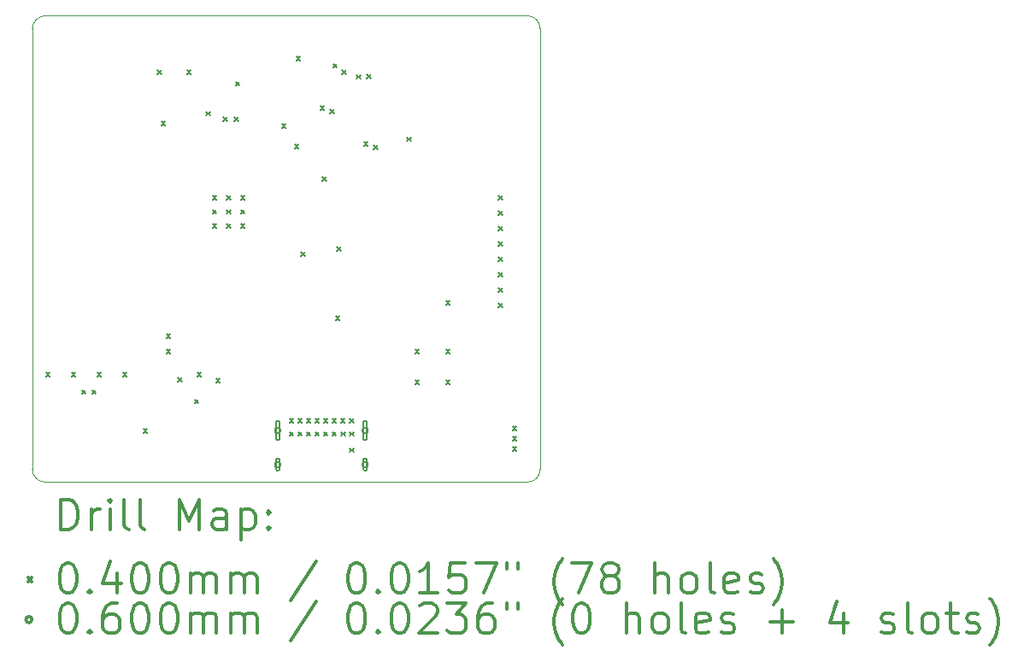
<source format=gbr>
%FSLAX45Y45*%
G04 Gerber Fmt 4.5, Leading zero omitted, Abs format (unit mm)*
G04 Created by KiCad (PCBNEW 5.1.10) date 2021-07-04 17:42:56*
%MOMM*%
%LPD*%
G01*
G04 APERTURE LIST*
%TA.AperFunction,Profile*%
%ADD10C,0.100000*%
%TD*%
%ADD11C,0.200000*%
%ADD12C,0.300000*%
G04 APERTURE END LIST*
D10*
X17043400Y-7569200D02*
G75*
G02*
X17170400Y-7696200I0J-127000D01*
G01*
X17170400Y-12065000D02*
G75*
G02*
X17043400Y-12192000I-127000J0D01*
G01*
X12268200Y-12192000D02*
G75*
G02*
X12141200Y-12065000I0J127000D01*
G01*
X12141200Y-7696200D02*
G75*
G02*
X12268200Y-7569200I127000J0D01*
G01*
X17170400Y-7696200D02*
X17170400Y-12065000D01*
X12268200Y-7569200D02*
X17043400Y-7569200D01*
X12141200Y-12065000D02*
X12141200Y-7696200D01*
X17043400Y-12192000D02*
X12268200Y-12192000D01*
D11*
X12273600Y-11105200D02*
X12313600Y-11145200D01*
X12313600Y-11105200D02*
X12273600Y-11145200D01*
X12527600Y-11105200D02*
X12567600Y-11145200D01*
X12567600Y-11105200D02*
X12527600Y-11145200D01*
X12628500Y-11279070D02*
X12668500Y-11319070D01*
X12668500Y-11279070D02*
X12628500Y-11319070D01*
X12730800Y-11279301D02*
X12770800Y-11319301D01*
X12770800Y-11279301D02*
X12730800Y-11319301D01*
X12781600Y-11105200D02*
X12821600Y-11145200D01*
X12821600Y-11105200D02*
X12781600Y-11145200D01*
X13035600Y-11105200D02*
X13075600Y-11145200D01*
X13075600Y-11105200D02*
X13035600Y-11145200D01*
X13238800Y-11664000D02*
X13278800Y-11704000D01*
X13278800Y-11664000D02*
X13238800Y-11704000D01*
X13378500Y-8108000D02*
X13418500Y-8148000D01*
X13418500Y-8108000D02*
X13378500Y-8148000D01*
X13416600Y-8616000D02*
X13456600Y-8656000D01*
X13456600Y-8616000D02*
X13416600Y-8656000D01*
X13467400Y-10724200D02*
X13507400Y-10764200D01*
X13507400Y-10724200D02*
X13467400Y-10764200D01*
X13467400Y-10876600D02*
X13507400Y-10916600D01*
X13507400Y-10876600D02*
X13467400Y-10916600D01*
X13581700Y-11156000D02*
X13621700Y-11196000D01*
X13621700Y-11156000D02*
X13581700Y-11196000D01*
X13670600Y-8108000D02*
X13710600Y-8148000D01*
X13710600Y-8108000D02*
X13670600Y-8148000D01*
X13746800Y-11371900D02*
X13786800Y-11411900D01*
X13786800Y-11371900D02*
X13746800Y-11411900D01*
X13772200Y-11105200D02*
X13812200Y-11145200D01*
X13812200Y-11105200D02*
X13772200Y-11145200D01*
X13859500Y-8518099D02*
X13899500Y-8558099D01*
X13899500Y-8518099D02*
X13859500Y-8558099D01*
X13924600Y-9352600D02*
X13964600Y-9392600D01*
X13964600Y-9352600D02*
X13924600Y-9392600D01*
X13924600Y-9492300D02*
X13964600Y-9532300D01*
X13964600Y-9492300D02*
X13924600Y-9532300D01*
X13924600Y-9632000D02*
X13964600Y-9672000D01*
X13964600Y-9632000D02*
X13924600Y-9672000D01*
X13958283Y-11164283D02*
X13998283Y-11204283D01*
X13998283Y-11164283D02*
X13958283Y-11204283D01*
X14029500Y-8572411D02*
X14069500Y-8612411D01*
X14069500Y-8572411D02*
X14029500Y-8612411D01*
X14064300Y-9352600D02*
X14104300Y-9392600D01*
X14104300Y-9352600D02*
X14064300Y-9392600D01*
X14064300Y-9492300D02*
X14104300Y-9532300D01*
X14104300Y-9492300D02*
X14064300Y-9532300D01*
X14064300Y-9632000D02*
X14104300Y-9672000D01*
X14104300Y-9632000D02*
X14064300Y-9672000D01*
X14139500Y-8572411D02*
X14179500Y-8612411D01*
X14179500Y-8572411D02*
X14139500Y-8612411D01*
X14153200Y-8222300D02*
X14193200Y-8262300D01*
X14193200Y-8222300D02*
X14153200Y-8262300D01*
X14204000Y-9352600D02*
X14244000Y-9392600D01*
X14244000Y-9352600D02*
X14204000Y-9392600D01*
X14204000Y-9492300D02*
X14244000Y-9532300D01*
X14244000Y-9492300D02*
X14204000Y-9532300D01*
X14204000Y-9632000D02*
X14244000Y-9672000D01*
X14244000Y-9632000D02*
X14204000Y-9672000D01*
X14609500Y-8641400D02*
X14649500Y-8681400D01*
X14649500Y-8641400D02*
X14609500Y-8681400D01*
X14685600Y-11562400D02*
X14725600Y-11602400D01*
X14725600Y-11562400D02*
X14685600Y-11602400D01*
X14685600Y-11694900D02*
X14725600Y-11734900D01*
X14725600Y-11694900D02*
X14685600Y-11734900D01*
X14737400Y-8844600D02*
X14777400Y-8884600D01*
X14777400Y-8844600D02*
X14737400Y-8884600D01*
X14754817Y-7970897D02*
X14794817Y-8010897D01*
X14794817Y-7970897D02*
X14754817Y-8010897D01*
X14770600Y-11562400D02*
X14810600Y-11602400D01*
X14810600Y-11562400D02*
X14770600Y-11602400D01*
X14771100Y-11694900D02*
X14811100Y-11734900D01*
X14811100Y-11694900D02*
X14771100Y-11734900D01*
X14800900Y-9911400D02*
X14840900Y-9951400D01*
X14840900Y-9911400D02*
X14800900Y-9951400D01*
X14855600Y-11562400D02*
X14895600Y-11602400D01*
X14895600Y-11562400D02*
X14855600Y-11602400D01*
X14856100Y-11694900D02*
X14896100Y-11734900D01*
X14896100Y-11694900D02*
X14856100Y-11734900D01*
X14940600Y-11562400D02*
X14980600Y-11602400D01*
X14980600Y-11562400D02*
X14940600Y-11602400D01*
X14941100Y-11694900D02*
X14981100Y-11734900D01*
X14981100Y-11694900D02*
X14941100Y-11734900D01*
X14991400Y-8463600D02*
X15031400Y-8503600D01*
X15031400Y-8463600D02*
X14991400Y-8503600D01*
X15014192Y-9166822D02*
X15054192Y-9206822D01*
X15054192Y-9166822D02*
X15014192Y-9206822D01*
X15025600Y-11562400D02*
X15065600Y-11602400D01*
X15065600Y-11562400D02*
X15025600Y-11602400D01*
X15026100Y-11694900D02*
X15066100Y-11734900D01*
X15066100Y-11694900D02*
X15026100Y-11734900D01*
X15086055Y-8495917D02*
X15126055Y-8535917D01*
X15126055Y-8495917D02*
X15086055Y-8535917D01*
X15110600Y-11562400D02*
X15150600Y-11602400D01*
X15150600Y-11562400D02*
X15110600Y-11602400D01*
X15111100Y-11694900D02*
X15151100Y-11734900D01*
X15151100Y-11694900D02*
X15111100Y-11734900D01*
X15118400Y-8044500D02*
X15158400Y-8084500D01*
X15158400Y-8044500D02*
X15118400Y-8084500D01*
X15143800Y-10546400D02*
X15183800Y-10586400D01*
X15183800Y-10546400D02*
X15143800Y-10586400D01*
X15156500Y-9860600D02*
X15196500Y-9900600D01*
X15196500Y-9860600D02*
X15156500Y-9900600D01*
X15195600Y-11562400D02*
X15235600Y-11602400D01*
X15235600Y-11562400D02*
X15195600Y-11602400D01*
X15196100Y-11694900D02*
X15236100Y-11734900D01*
X15236100Y-11694900D02*
X15196100Y-11734900D01*
X15207300Y-8108000D02*
X15247300Y-8148000D01*
X15247300Y-8108000D02*
X15207300Y-8148000D01*
X15280600Y-11562400D02*
X15320600Y-11602400D01*
X15320600Y-11562400D02*
X15280600Y-11602400D01*
X15281100Y-11694900D02*
X15321100Y-11734900D01*
X15321100Y-11694900D02*
X15281100Y-11734900D01*
X15283500Y-11854500D02*
X15323500Y-11894500D01*
X15323500Y-11854500D02*
X15283500Y-11894500D01*
X15351344Y-8154569D02*
X15391344Y-8194569D01*
X15391344Y-8154569D02*
X15351344Y-8194569D01*
X15423200Y-8819200D02*
X15463200Y-8859200D01*
X15463200Y-8819200D02*
X15423200Y-8859200D01*
X15451197Y-8149131D02*
X15491197Y-8189131D01*
X15491197Y-8149131D02*
X15451197Y-8189131D01*
X15518069Y-8850823D02*
X15558069Y-8890823D01*
X15558069Y-8850823D02*
X15518069Y-8890823D01*
X15850700Y-8772700D02*
X15890700Y-8812700D01*
X15890700Y-8772700D02*
X15850700Y-8812700D01*
X15931200Y-10876600D02*
X15971200Y-10916600D01*
X15971200Y-10876600D02*
X15931200Y-10916600D01*
X15931200Y-11181400D02*
X15971200Y-11221400D01*
X15971200Y-11181400D02*
X15931200Y-11221400D01*
X16236000Y-10394000D02*
X16276000Y-10434000D01*
X16276000Y-10394000D02*
X16236000Y-10434000D01*
X16236000Y-10876600D02*
X16276000Y-10916600D01*
X16276000Y-10876600D02*
X16236000Y-10916600D01*
X16236000Y-11181400D02*
X16276000Y-11221400D01*
X16276000Y-11181400D02*
X16236000Y-11221400D01*
X16755300Y-9962200D02*
X16795300Y-10002200D01*
X16795300Y-9962200D02*
X16755300Y-10002200D01*
X16756700Y-9352600D02*
X16796700Y-9392600D01*
X16796700Y-9352600D02*
X16756700Y-9392600D01*
X16756700Y-9505000D02*
X16796700Y-9545000D01*
X16796700Y-9505000D02*
X16756700Y-9545000D01*
X16756700Y-9809800D02*
X16796700Y-9849800D01*
X16796700Y-9809800D02*
X16756700Y-9849800D01*
X16756700Y-10267000D02*
X16796700Y-10307000D01*
X16796700Y-10267000D02*
X16756700Y-10307000D01*
X16756700Y-10419400D02*
X16796700Y-10459400D01*
X16796700Y-10419400D02*
X16756700Y-10459400D01*
X16759682Y-10114348D02*
X16799683Y-10154348D01*
X16799683Y-10114348D02*
X16759682Y-10154348D01*
X16759687Y-9657568D02*
X16799687Y-9697568D01*
X16799687Y-9657568D02*
X16759687Y-9697568D01*
X16896400Y-11638600D02*
X16936400Y-11678600D01*
X16936400Y-11638600D02*
X16896400Y-11678600D01*
X16896400Y-11740200D02*
X16936400Y-11780200D01*
X16936400Y-11740200D02*
X16896400Y-11780200D01*
X16896400Y-11841800D02*
X16936400Y-11881800D01*
X16936400Y-11841800D02*
X16896400Y-11881800D01*
X14600600Y-11680400D02*
G75*
G03*
X14600600Y-11680400I-30000J0D01*
G01*
X14550600Y-11605400D02*
X14550600Y-11755400D01*
X14590600Y-11605400D02*
X14590600Y-11755400D01*
X14550600Y-11755400D02*
G75*
G03*
X14590600Y-11755400I20000J0D01*
G01*
X14590600Y-11605400D02*
G75*
G03*
X14550600Y-11605400I-20000J0D01*
G01*
X14600600Y-12018400D02*
G75*
G03*
X14600600Y-12018400I-30000J0D01*
G01*
X14550600Y-11978400D02*
X14550600Y-12058400D01*
X14590600Y-11978400D02*
X14590600Y-12058400D01*
X14550600Y-12058400D02*
G75*
G03*
X14590600Y-12058400I20000J0D01*
G01*
X14590600Y-11978400D02*
G75*
G03*
X14550600Y-11978400I-20000J0D01*
G01*
X15465600Y-11680400D02*
G75*
G03*
X15465600Y-11680400I-30000J0D01*
G01*
X15415600Y-11605400D02*
X15415600Y-11755400D01*
X15455600Y-11605400D02*
X15455600Y-11755400D01*
X15415600Y-11755400D02*
G75*
G03*
X15455600Y-11755400I20000J0D01*
G01*
X15455600Y-11605400D02*
G75*
G03*
X15415600Y-11605400I-20000J0D01*
G01*
X15465600Y-12018400D02*
G75*
G03*
X15465600Y-12018400I-30000J0D01*
G01*
X15415600Y-11978400D02*
X15415600Y-12058400D01*
X15455600Y-11978400D02*
X15455600Y-12058400D01*
X15415600Y-12058400D02*
G75*
G03*
X15455600Y-12058400I20000J0D01*
G01*
X15455600Y-11978400D02*
G75*
G03*
X15415600Y-11978400I-20000J0D01*
G01*
D12*
X12422628Y-12662714D02*
X12422628Y-12362714D01*
X12494057Y-12362714D01*
X12536914Y-12377000D01*
X12565486Y-12405571D01*
X12579771Y-12434143D01*
X12594057Y-12491286D01*
X12594057Y-12534143D01*
X12579771Y-12591286D01*
X12565486Y-12619857D01*
X12536914Y-12648429D01*
X12494057Y-12662714D01*
X12422628Y-12662714D01*
X12722628Y-12662714D02*
X12722628Y-12462714D01*
X12722628Y-12519857D02*
X12736914Y-12491286D01*
X12751200Y-12477000D01*
X12779771Y-12462714D01*
X12808343Y-12462714D01*
X12908343Y-12662714D02*
X12908343Y-12462714D01*
X12908343Y-12362714D02*
X12894057Y-12377000D01*
X12908343Y-12391286D01*
X12922628Y-12377000D01*
X12908343Y-12362714D01*
X12908343Y-12391286D01*
X13094057Y-12662714D02*
X13065486Y-12648429D01*
X13051200Y-12619857D01*
X13051200Y-12362714D01*
X13251200Y-12662714D02*
X13222628Y-12648429D01*
X13208343Y-12619857D01*
X13208343Y-12362714D01*
X13594057Y-12662714D02*
X13594057Y-12362714D01*
X13694057Y-12577000D01*
X13794057Y-12362714D01*
X13794057Y-12662714D01*
X14065486Y-12662714D02*
X14065486Y-12505571D01*
X14051200Y-12477000D01*
X14022628Y-12462714D01*
X13965486Y-12462714D01*
X13936914Y-12477000D01*
X14065486Y-12648429D02*
X14036914Y-12662714D01*
X13965486Y-12662714D01*
X13936914Y-12648429D01*
X13922628Y-12619857D01*
X13922628Y-12591286D01*
X13936914Y-12562714D01*
X13965486Y-12548429D01*
X14036914Y-12548429D01*
X14065486Y-12534143D01*
X14208343Y-12462714D02*
X14208343Y-12762714D01*
X14208343Y-12477000D02*
X14236914Y-12462714D01*
X14294057Y-12462714D01*
X14322628Y-12477000D01*
X14336914Y-12491286D01*
X14351200Y-12519857D01*
X14351200Y-12605571D01*
X14336914Y-12634143D01*
X14322628Y-12648429D01*
X14294057Y-12662714D01*
X14236914Y-12662714D01*
X14208343Y-12648429D01*
X14479771Y-12634143D02*
X14494057Y-12648429D01*
X14479771Y-12662714D01*
X14465486Y-12648429D01*
X14479771Y-12634143D01*
X14479771Y-12662714D01*
X14479771Y-12477000D02*
X14494057Y-12491286D01*
X14479771Y-12505571D01*
X14465486Y-12491286D01*
X14479771Y-12477000D01*
X14479771Y-12505571D01*
X12096200Y-13137000D02*
X12136200Y-13177000D01*
X12136200Y-13137000D02*
X12096200Y-13177000D01*
X12479771Y-12992714D02*
X12508343Y-12992714D01*
X12536914Y-13007000D01*
X12551200Y-13021286D01*
X12565486Y-13049857D01*
X12579771Y-13107000D01*
X12579771Y-13178429D01*
X12565486Y-13235571D01*
X12551200Y-13264143D01*
X12536914Y-13278429D01*
X12508343Y-13292714D01*
X12479771Y-13292714D01*
X12451200Y-13278429D01*
X12436914Y-13264143D01*
X12422628Y-13235571D01*
X12408343Y-13178429D01*
X12408343Y-13107000D01*
X12422628Y-13049857D01*
X12436914Y-13021286D01*
X12451200Y-13007000D01*
X12479771Y-12992714D01*
X12708343Y-13264143D02*
X12722628Y-13278429D01*
X12708343Y-13292714D01*
X12694057Y-13278429D01*
X12708343Y-13264143D01*
X12708343Y-13292714D01*
X12979771Y-13092714D02*
X12979771Y-13292714D01*
X12908343Y-12978429D02*
X12836914Y-13192714D01*
X13022628Y-13192714D01*
X13194057Y-12992714D02*
X13222628Y-12992714D01*
X13251200Y-13007000D01*
X13265486Y-13021286D01*
X13279771Y-13049857D01*
X13294057Y-13107000D01*
X13294057Y-13178429D01*
X13279771Y-13235571D01*
X13265486Y-13264143D01*
X13251200Y-13278429D01*
X13222628Y-13292714D01*
X13194057Y-13292714D01*
X13165486Y-13278429D01*
X13151200Y-13264143D01*
X13136914Y-13235571D01*
X13122628Y-13178429D01*
X13122628Y-13107000D01*
X13136914Y-13049857D01*
X13151200Y-13021286D01*
X13165486Y-13007000D01*
X13194057Y-12992714D01*
X13479771Y-12992714D02*
X13508343Y-12992714D01*
X13536914Y-13007000D01*
X13551200Y-13021286D01*
X13565486Y-13049857D01*
X13579771Y-13107000D01*
X13579771Y-13178429D01*
X13565486Y-13235571D01*
X13551200Y-13264143D01*
X13536914Y-13278429D01*
X13508343Y-13292714D01*
X13479771Y-13292714D01*
X13451200Y-13278429D01*
X13436914Y-13264143D01*
X13422628Y-13235571D01*
X13408343Y-13178429D01*
X13408343Y-13107000D01*
X13422628Y-13049857D01*
X13436914Y-13021286D01*
X13451200Y-13007000D01*
X13479771Y-12992714D01*
X13708343Y-13292714D02*
X13708343Y-13092714D01*
X13708343Y-13121286D02*
X13722628Y-13107000D01*
X13751200Y-13092714D01*
X13794057Y-13092714D01*
X13822628Y-13107000D01*
X13836914Y-13135571D01*
X13836914Y-13292714D01*
X13836914Y-13135571D02*
X13851200Y-13107000D01*
X13879771Y-13092714D01*
X13922628Y-13092714D01*
X13951200Y-13107000D01*
X13965486Y-13135571D01*
X13965486Y-13292714D01*
X14108343Y-13292714D02*
X14108343Y-13092714D01*
X14108343Y-13121286D02*
X14122628Y-13107000D01*
X14151200Y-13092714D01*
X14194057Y-13092714D01*
X14222628Y-13107000D01*
X14236914Y-13135571D01*
X14236914Y-13292714D01*
X14236914Y-13135571D02*
X14251200Y-13107000D01*
X14279771Y-13092714D01*
X14322628Y-13092714D01*
X14351200Y-13107000D01*
X14365486Y-13135571D01*
X14365486Y-13292714D01*
X14951200Y-12978429D02*
X14694057Y-13364143D01*
X15336914Y-12992714D02*
X15365486Y-12992714D01*
X15394057Y-13007000D01*
X15408343Y-13021286D01*
X15422628Y-13049857D01*
X15436914Y-13107000D01*
X15436914Y-13178429D01*
X15422628Y-13235571D01*
X15408343Y-13264143D01*
X15394057Y-13278429D01*
X15365486Y-13292714D01*
X15336914Y-13292714D01*
X15308343Y-13278429D01*
X15294057Y-13264143D01*
X15279771Y-13235571D01*
X15265486Y-13178429D01*
X15265486Y-13107000D01*
X15279771Y-13049857D01*
X15294057Y-13021286D01*
X15308343Y-13007000D01*
X15336914Y-12992714D01*
X15565486Y-13264143D02*
X15579771Y-13278429D01*
X15565486Y-13292714D01*
X15551200Y-13278429D01*
X15565486Y-13264143D01*
X15565486Y-13292714D01*
X15765486Y-12992714D02*
X15794057Y-12992714D01*
X15822628Y-13007000D01*
X15836914Y-13021286D01*
X15851200Y-13049857D01*
X15865486Y-13107000D01*
X15865486Y-13178429D01*
X15851200Y-13235571D01*
X15836914Y-13264143D01*
X15822628Y-13278429D01*
X15794057Y-13292714D01*
X15765486Y-13292714D01*
X15736914Y-13278429D01*
X15722628Y-13264143D01*
X15708343Y-13235571D01*
X15694057Y-13178429D01*
X15694057Y-13107000D01*
X15708343Y-13049857D01*
X15722628Y-13021286D01*
X15736914Y-13007000D01*
X15765486Y-12992714D01*
X16151200Y-13292714D02*
X15979771Y-13292714D01*
X16065486Y-13292714D02*
X16065486Y-12992714D01*
X16036914Y-13035571D01*
X16008343Y-13064143D01*
X15979771Y-13078429D01*
X16422628Y-12992714D02*
X16279771Y-12992714D01*
X16265486Y-13135571D01*
X16279771Y-13121286D01*
X16308343Y-13107000D01*
X16379771Y-13107000D01*
X16408343Y-13121286D01*
X16422628Y-13135571D01*
X16436914Y-13164143D01*
X16436914Y-13235571D01*
X16422628Y-13264143D01*
X16408343Y-13278429D01*
X16379771Y-13292714D01*
X16308343Y-13292714D01*
X16279771Y-13278429D01*
X16265486Y-13264143D01*
X16536914Y-12992714D02*
X16736914Y-12992714D01*
X16608343Y-13292714D01*
X16836914Y-12992714D02*
X16836914Y-13049857D01*
X16951200Y-12992714D02*
X16951200Y-13049857D01*
X17394057Y-13407000D02*
X17379771Y-13392714D01*
X17351200Y-13349857D01*
X17336914Y-13321286D01*
X17322628Y-13278429D01*
X17308343Y-13207000D01*
X17308343Y-13149857D01*
X17322628Y-13078429D01*
X17336914Y-13035571D01*
X17351200Y-13007000D01*
X17379771Y-12964143D01*
X17394057Y-12949857D01*
X17479771Y-12992714D02*
X17679771Y-12992714D01*
X17551200Y-13292714D01*
X17836914Y-13121286D02*
X17808343Y-13107000D01*
X17794057Y-13092714D01*
X17779771Y-13064143D01*
X17779771Y-13049857D01*
X17794057Y-13021286D01*
X17808343Y-13007000D01*
X17836914Y-12992714D01*
X17894057Y-12992714D01*
X17922628Y-13007000D01*
X17936914Y-13021286D01*
X17951200Y-13049857D01*
X17951200Y-13064143D01*
X17936914Y-13092714D01*
X17922628Y-13107000D01*
X17894057Y-13121286D01*
X17836914Y-13121286D01*
X17808343Y-13135571D01*
X17794057Y-13149857D01*
X17779771Y-13178429D01*
X17779771Y-13235571D01*
X17794057Y-13264143D01*
X17808343Y-13278429D01*
X17836914Y-13292714D01*
X17894057Y-13292714D01*
X17922628Y-13278429D01*
X17936914Y-13264143D01*
X17951200Y-13235571D01*
X17951200Y-13178429D01*
X17936914Y-13149857D01*
X17922628Y-13135571D01*
X17894057Y-13121286D01*
X18308343Y-13292714D02*
X18308343Y-12992714D01*
X18436914Y-13292714D02*
X18436914Y-13135571D01*
X18422628Y-13107000D01*
X18394057Y-13092714D01*
X18351200Y-13092714D01*
X18322628Y-13107000D01*
X18308343Y-13121286D01*
X18622628Y-13292714D02*
X18594057Y-13278429D01*
X18579771Y-13264143D01*
X18565486Y-13235571D01*
X18565486Y-13149857D01*
X18579771Y-13121286D01*
X18594057Y-13107000D01*
X18622628Y-13092714D01*
X18665486Y-13092714D01*
X18694057Y-13107000D01*
X18708343Y-13121286D01*
X18722628Y-13149857D01*
X18722628Y-13235571D01*
X18708343Y-13264143D01*
X18694057Y-13278429D01*
X18665486Y-13292714D01*
X18622628Y-13292714D01*
X18894057Y-13292714D02*
X18865486Y-13278429D01*
X18851200Y-13249857D01*
X18851200Y-12992714D01*
X19122628Y-13278429D02*
X19094057Y-13292714D01*
X19036914Y-13292714D01*
X19008343Y-13278429D01*
X18994057Y-13249857D01*
X18994057Y-13135571D01*
X19008343Y-13107000D01*
X19036914Y-13092714D01*
X19094057Y-13092714D01*
X19122628Y-13107000D01*
X19136914Y-13135571D01*
X19136914Y-13164143D01*
X18994057Y-13192714D01*
X19251200Y-13278429D02*
X19279771Y-13292714D01*
X19336914Y-13292714D01*
X19365486Y-13278429D01*
X19379771Y-13249857D01*
X19379771Y-13235571D01*
X19365486Y-13207000D01*
X19336914Y-13192714D01*
X19294057Y-13192714D01*
X19265486Y-13178429D01*
X19251200Y-13149857D01*
X19251200Y-13135571D01*
X19265486Y-13107000D01*
X19294057Y-13092714D01*
X19336914Y-13092714D01*
X19365486Y-13107000D01*
X19479771Y-13407000D02*
X19494057Y-13392714D01*
X19522628Y-13349857D01*
X19536914Y-13321286D01*
X19551200Y-13278429D01*
X19565486Y-13207000D01*
X19565486Y-13149857D01*
X19551200Y-13078429D01*
X19536914Y-13035571D01*
X19522628Y-13007000D01*
X19494057Y-12964143D01*
X19479771Y-12949857D01*
X12136200Y-13553000D02*
G75*
G03*
X12136200Y-13553000I-30000J0D01*
G01*
X12479771Y-13388714D02*
X12508343Y-13388714D01*
X12536914Y-13403000D01*
X12551200Y-13417286D01*
X12565486Y-13445857D01*
X12579771Y-13503000D01*
X12579771Y-13574429D01*
X12565486Y-13631571D01*
X12551200Y-13660143D01*
X12536914Y-13674429D01*
X12508343Y-13688714D01*
X12479771Y-13688714D01*
X12451200Y-13674429D01*
X12436914Y-13660143D01*
X12422628Y-13631571D01*
X12408343Y-13574429D01*
X12408343Y-13503000D01*
X12422628Y-13445857D01*
X12436914Y-13417286D01*
X12451200Y-13403000D01*
X12479771Y-13388714D01*
X12708343Y-13660143D02*
X12722628Y-13674429D01*
X12708343Y-13688714D01*
X12694057Y-13674429D01*
X12708343Y-13660143D01*
X12708343Y-13688714D01*
X12979771Y-13388714D02*
X12922628Y-13388714D01*
X12894057Y-13403000D01*
X12879771Y-13417286D01*
X12851200Y-13460143D01*
X12836914Y-13517286D01*
X12836914Y-13631571D01*
X12851200Y-13660143D01*
X12865486Y-13674429D01*
X12894057Y-13688714D01*
X12951200Y-13688714D01*
X12979771Y-13674429D01*
X12994057Y-13660143D01*
X13008343Y-13631571D01*
X13008343Y-13560143D01*
X12994057Y-13531571D01*
X12979771Y-13517286D01*
X12951200Y-13503000D01*
X12894057Y-13503000D01*
X12865486Y-13517286D01*
X12851200Y-13531571D01*
X12836914Y-13560143D01*
X13194057Y-13388714D02*
X13222628Y-13388714D01*
X13251200Y-13403000D01*
X13265486Y-13417286D01*
X13279771Y-13445857D01*
X13294057Y-13503000D01*
X13294057Y-13574429D01*
X13279771Y-13631571D01*
X13265486Y-13660143D01*
X13251200Y-13674429D01*
X13222628Y-13688714D01*
X13194057Y-13688714D01*
X13165486Y-13674429D01*
X13151200Y-13660143D01*
X13136914Y-13631571D01*
X13122628Y-13574429D01*
X13122628Y-13503000D01*
X13136914Y-13445857D01*
X13151200Y-13417286D01*
X13165486Y-13403000D01*
X13194057Y-13388714D01*
X13479771Y-13388714D02*
X13508343Y-13388714D01*
X13536914Y-13403000D01*
X13551200Y-13417286D01*
X13565486Y-13445857D01*
X13579771Y-13503000D01*
X13579771Y-13574429D01*
X13565486Y-13631571D01*
X13551200Y-13660143D01*
X13536914Y-13674429D01*
X13508343Y-13688714D01*
X13479771Y-13688714D01*
X13451200Y-13674429D01*
X13436914Y-13660143D01*
X13422628Y-13631571D01*
X13408343Y-13574429D01*
X13408343Y-13503000D01*
X13422628Y-13445857D01*
X13436914Y-13417286D01*
X13451200Y-13403000D01*
X13479771Y-13388714D01*
X13708343Y-13688714D02*
X13708343Y-13488714D01*
X13708343Y-13517286D02*
X13722628Y-13503000D01*
X13751200Y-13488714D01*
X13794057Y-13488714D01*
X13822628Y-13503000D01*
X13836914Y-13531571D01*
X13836914Y-13688714D01*
X13836914Y-13531571D02*
X13851200Y-13503000D01*
X13879771Y-13488714D01*
X13922628Y-13488714D01*
X13951200Y-13503000D01*
X13965486Y-13531571D01*
X13965486Y-13688714D01*
X14108343Y-13688714D02*
X14108343Y-13488714D01*
X14108343Y-13517286D02*
X14122628Y-13503000D01*
X14151200Y-13488714D01*
X14194057Y-13488714D01*
X14222628Y-13503000D01*
X14236914Y-13531571D01*
X14236914Y-13688714D01*
X14236914Y-13531571D02*
X14251200Y-13503000D01*
X14279771Y-13488714D01*
X14322628Y-13488714D01*
X14351200Y-13503000D01*
X14365486Y-13531571D01*
X14365486Y-13688714D01*
X14951200Y-13374429D02*
X14694057Y-13760143D01*
X15336914Y-13388714D02*
X15365486Y-13388714D01*
X15394057Y-13403000D01*
X15408343Y-13417286D01*
X15422628Y-13445857D01*
X15436914Y-13503000D01*
X15436914Y-13574429D01*
X15422628Y-13631571D01*
X15408343Y-13660143D01*
X15394057Y-13674429D01*
X15365486Y-13688714D01*
X15336914Y-13688714D01*
X15308343Y-13674429D01*
X15294057Y-13660143D01*
X15279771Y-13631571D01*
X15265486Y-13574429D01*
X15265486Y-13503000D01*
X15279771Y-13445857D01*
X15294057Y-13417286D01*
X15308343Y-13403000D01*
X15336914Y-13388714D01*
X15565486Y-13660143D02*
X15579771Y-13674429D01*
X15565486Y-13688714D01*
X15551200Y-13674429D01*
X15565486Y-13660143D01*
X15565486Y-13688714D01*
X15765486Y-13388714D02*
X15794057Y-13388714D01*
X15822628Y-13403000D01*
X15836914Y-13417286D01*
X15851200Y-13445857D01*
X15865486Y-13503000D01*
X15865486Y-13574429D01*
X15851200Y-13631571D01*
X15836914Y-13660143D01*
X15822628Y-13674429D01*
X15794057Y-13688714D01*
X15765486Y-13688714D01*
X15736914Y-13674429D01*
X15722628Y-13660143D01*
X15708343Y-13631571D01*
X15694057Y-13574429D01*
X15694057Y-13503000D01*
X15708343Y-13445857D01*
X15722628Y-13417286D01*
X15736914Y-13403000D01*
X15765486Y-13388714D01*
X15979771Y-13417286D02*
X15994057Y-13403000D01*
X16022628Y-13388714D01*
X16094057Y-13388714D01*
X16122628Y-13403000D01*
X16136914Y-13417286D01*
X16151200Y-13445857D01*
X16151200Y-13474429D01*
X16136914Y-13517286D01*
X15965486Y-13688714D01*
X16151200Y-13688714D01*
X16251200Y-13388714D02*
X16436914Y-13388714D01*
X16336914Y-13503000D01*
X16379771Y-13503000D01*
X16408343Y-13517286D01*
X16422628Y-13531571D01*
X16436914Y-13560143D01*
X16436914Y-13631571D01*
X16422628Y-13660143D01*
X16408343Y-13674429D01*
X16379771Y-13688714D01*
X16294057Y-13688714D01*
X16265486Y-13674429D01*
X16251200Y-13660143D01*
X16694057Y-13388714D02*
X16636914Y-13388714D01*
X16608343Y-13403000D01*
X16594057Y-13417286D01*
X16565486Y-13460143D01*
X16551200Y-13517286D01*
X16551200Y-13631571D01*
X16565486Y-13660143D01*
X16579771Y-13674429D01*
X16608343Y-13688714D01*
X16665486Y-13688714D01*
X16694057Y-13674429D01*
X16708343Y-13660143D01*
X16722628Y-13631571D01*
X16722628Y-13560143D01*
X16708343Y-13531571D01*
X16694057Y-13517286D01*
X16665486Y-13503000D01*
X16608343Y-13503000D01*
X16579771Y-13517286D01*
X16565486Y-13531571D01*
X16551200Y-13560143D01*
X16836914Y-13388714D02*
X16836914Y-13445857D01*
X16951200Y-13388714D02*
X16951200Y-13445857D01*
X17394057Y-13803000D02*
X17379771Y-13788714D01*
X17351200Y-13745857D01*
X17336914Y-13717286D01*
X17322628Y-13674429D01*
X17308343Y-13603000D01*
X17308343Y-13545857D01*
X17322628Y-13474429D01*
X17336914Y-13431571D01*
X17351200Y-13403000D01*
X17379771Y-13360143D01*
X17394057Y-13345857D01*
X17565486Y-13388714D02*
X17594057Y-13388714D01*
X17622628Y-13403000D01*
X17636914Y-13417286D01*
X17651200Y-13445857D01*
X17665486Y-13503000D01*
X17665486Y-13574429D01*
X17651200Y-13631571D01*
X17636914Y-13660143D01*
X17622628Y-13674429D01*
X17594057Y-13688714D01*
X17565486Y-13688714D01*
X17536914Y-13674429D01*
X17522628Y-13660143D01*
X17508343Y-13631571D01*
X17494057Y-13574429D01*
X17494057Y-13503000D01*
X17508343Y-13445857D01*
X17522628Y-13417286D01*
X17536914Y-13403000D01*
X17565486Y-13388714D01*
X18022628Y-13688714D02*
X18022628Y-13388714D01*
X18151200Y-13688714D02*
X18151200Y-13531571D01*
X18136914Y-13503000D01*
X18108343Y-13488714D01*
X18065486Y-13488714D01*
X18036914Y-13503000D01*
X18022628Y-13517286D01*
X18336914Y-13688714D02*
X18308343Y-13674429D01*
X18294057Y-13660143D01*
X18279771Y-13631571D01*
X18279771Y-13545857D01*
X18294057Y-13517286D01*
X18308343Y-13503000D01*
X18336914Y-13488714D01*
X18379771Y-13488714D01*
X18408343Y-13503000D01*
X18422628Y-13517286D01*
X18436914Y-13545857D01*
X18436914Y-13631571D01*
X18422628Y-13660143D01*
X18408343Y-13674429D01*
X18379771Y-13688714D01*
X18336914Y-13688714D01*
X18608343Y-13688714D02*
X18579771Y-13674429D01*
X18565486Y-13645857D01*
X18565486Y-13388714D01*
X18836914Y-13674429D02*
X18808343Y-13688714D01*
X18751200Y-13688714D01*
X18722628Y-13674429D01*
X18708343Y-13645857D01*
X18708343Y-13531571D01*
X18722628Y-13503000D01*
X18751200Y-13488714D01*
X18808343Y-13488714D01*
X18836914Y-13503000D01*
X18851200Y-13531571D01*
X18851200Y-13560143D01*
X18708343Y-13588714D01*
X18965486Y-13674429D02*
X18994057Y-13688714D01*
X19051200Y-13688714D01*
X19079771Y-13674429D01*
X19094057Y-13645857D01*
X19094057Y-13631571D01*
X19079771Y-13603000D01*
X19051200Y-13588714D01*
X19008343Y-13588714D01*
X18979771Y-13574429D01*
X18965486Y-13545857D01*
X18965486Y-13531571D01*
X18979771Y-13503000D01*
X19008343Y-13488714D01*
X19051200Y-13488714D01*
X19079771Y-13503000D01*
X19451200Y-13574429D02*
X19679771Y-13574429D01*
X19565486Y-13688714D02*
X19565486Y-13460143D01*
X20179771Y-13488714D02*
X20179771Y-13688714D01*
X20108343Y-13374429D02*
X20036914Y-13588714D01*
X20222628Y-13588714D01*
X20551200Y-13674429D02*
X20579771Y-13688714D01*
X20636914Y-13688714D01*
X20665486Y-13674429D01*
X20679771Y-13645857D01*
X20679771Y-13631571D01*
X20665486Y-13603000D01*
X20636914Y-13588714D01*
X20594057Y-13588714D01*
X20565486Y-13574429D01*
X20551200Y-13545857D01*
X20551200Y-13531571D01*
X20565486Y-13503000D01*
X20594057Y-13488714D01*
X20636914Y-13488714D01*
X20665486Y-13503000D01*
X20851200Y-13688714D02*
X20822628Y-13674429D01*
X20808343Y-13645857D01*
X20808343Y-13388714D01*
X21008343Y-13688714D02*
X20979771Y-13674429D01*
X20965486Y-13660143D01*
X20951200Y-13631571D01*
X20951200Y-13545857D01*
X20965486Y-13517286D01*
X20979771Y-13503000D01*
X21008343Y-13488714D01*
X21051200Y-13488714D01*
X21079771Y-13503000D01*
X21094057Y-13517286D01*
X21108343Y-13545857D01*
X21108343Y-13631571D01*
X21094057Y-13660143D01*
X21079771Y-13674429D01*
X21051200Y-13688714D01*
X21008343Y-13688714D01*
X21194057Y-13488714D02*
X21308343Y-13488714D01*
X21236914Y-13388714D02*
X21236914Y-13645857D01*
X21251200Y-13674429D01*
X21279771Y-13688714D01*
X21308343Y-13688714D01*
X21394057Y-13674429D02*
X21422628Y-13688714D01*
X21479771Y-13688714D01*
X21508343Y-13674429D01*
X21522628Y-13645857D01*
X21522628Y-13631571D01*
X21508343Y-13603000D01*
X21479771Y-13588714D01*
X21436914Y-13588714D01*
X21408343Y-13574429D01*
X21394057Y-13545857D01*
X21394057Y-13531571D01*
X21408343Y-13503000D01*
X21436914Y-13488714D01*
X21479771Y-13488714D01*
X21508343Y-13503000D01*
X21622628Y-13803000D02*
X21636914Y-13788714D01*
X21665486Y-13745857D01*
X21679771Y-13717286D01*
X21694057Y-13674429D01*
X21708343Y-13603000D01*
X21708343Y-13545857D01*
X21694057Y-13474429D01*
X21679771Y-13431571D01*
X21665486Y-13403000D01*
X21636914Y-13360143D01*
X21622628Y-13345857D01*
M02*

</source>
